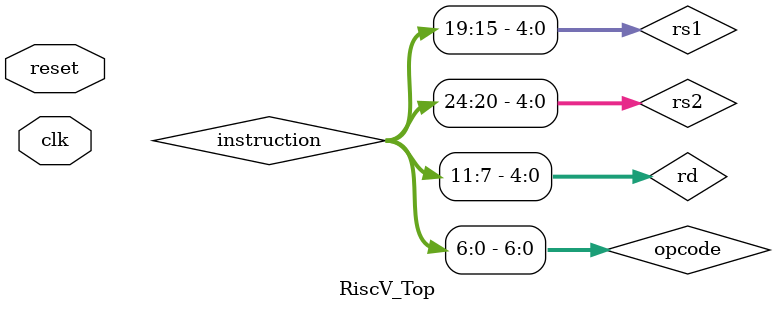
<source format=v>
`timescale 1ns / 1ps

module RiscV_Top(
    input clk,
    input reset
    );
    
    // Internal signals
    wire [31:0] PCp4, outPC;             // Program Counter related signals
    wire [31:0] instruction;             // Instruction memory output
    wire [31:0] alu_result, mem_data;    // ALU and memory data
    wire [31:0] read_data1, read_data2;  // Read data from register file
    wire [31:0] imm_out, bsel;           // Immediate output and ALU B input
    wire [3:0] ALUop;                    // ALU control signal
    wire branch, MemRead, MemtoReg, MemWrite, ALUsrc, RegWrite; // Control signals
    wire zero, carry, overflow, PCSrc;   // ALU status signals
    
    // PC-related signals
    wire [31:0] pc_in, pc_out;
    
    // Signals from instruction fields
    wire [6:0] opcode = instruction[6:0];
    wire [2:0] funct3 = instruction[14:12];
    wire [6:0] funct7 = instruction[31:25];
    wire [4:0] rs1 = instruction[19:15];
    wire [4:0] rs2 = instruction[24:20];
    wire [4:0] rd = instruction[11:7];

    // Instantiate PC (Program Counter)
    PC program_counter (
        .clk(clk),
        .reset(reset),
        .inPC(pc_in),
        .outPC(outPC)
    );
    
    // Next PC logic (branching)
    assign PCp4 = outPC + 4;
    assign PCSrc = branch & zero;    // PCSrc decides if we branch or not
    assign pc_in = PCSrc ? (outPC + imm_out) : PCp4;

    // Instruction memory (Fetch stage)
    INS_MEM ins_mem_inst (
        .reset(reset),
        .read_address(outPC),   // Read instruction based on PC output
        .instruction_out(instruction)
    );
    
    // Register file
    RegFile reg_file (
        .clk(clk),
        .Rs1(rs1),
        .Rs2(rs2),
        .Rd(rd),
        .RegW(RegWrite),
        .Wd(mem_data),  // Data to write back into the register
        .rd1(read_data1),
        .rd2(read_data2)
    );
    
    // Immediate generation
    immGen immgen (
        .ins(instruction),
        .sel(immsel),
        .imm31_0(imm_out)
    );
    
    // ALU Source MUX
    Mux_2to1 m2_1 (
        .in0(read_data2),
        .in1(imm_out),
        .sel(ALUsrc),
        .out(bsel)
    );
    
    // ALU
    ALU alu (
        .A(32'd54),
        .B(bsel),
        .ALUsel(ALUop),
        .D(alu_result),
        .Zero(zero),
        .Carry(carry),
        .Overflow(overflow)
    );

    // Data memory (load/store)
    DMEM dmem (
        .clk(clk),
        .reset(reset),
        .MemWrite(MemWrite),
        .MemRead(MemRead),
        .Address(alu_result),
        .writeData(read_data2),
        .readData(mem_data)
    );

    // Control unit
    ControlUnit cu (
        .opcode(opcode),
        .funct3(funct3),
        .funct7(funct7),
        .branch(branch),
        .MemRead(MemRead),
        .MemtoReg(MemtoReg),
        .MemWrite(MemWrite),
        .ALUsrc(ALUsrc),
        .RegWrite(RegWrite),
        .ALUop(ALUop),
        .immsel(immsel)
    );

endmodule

</source>
